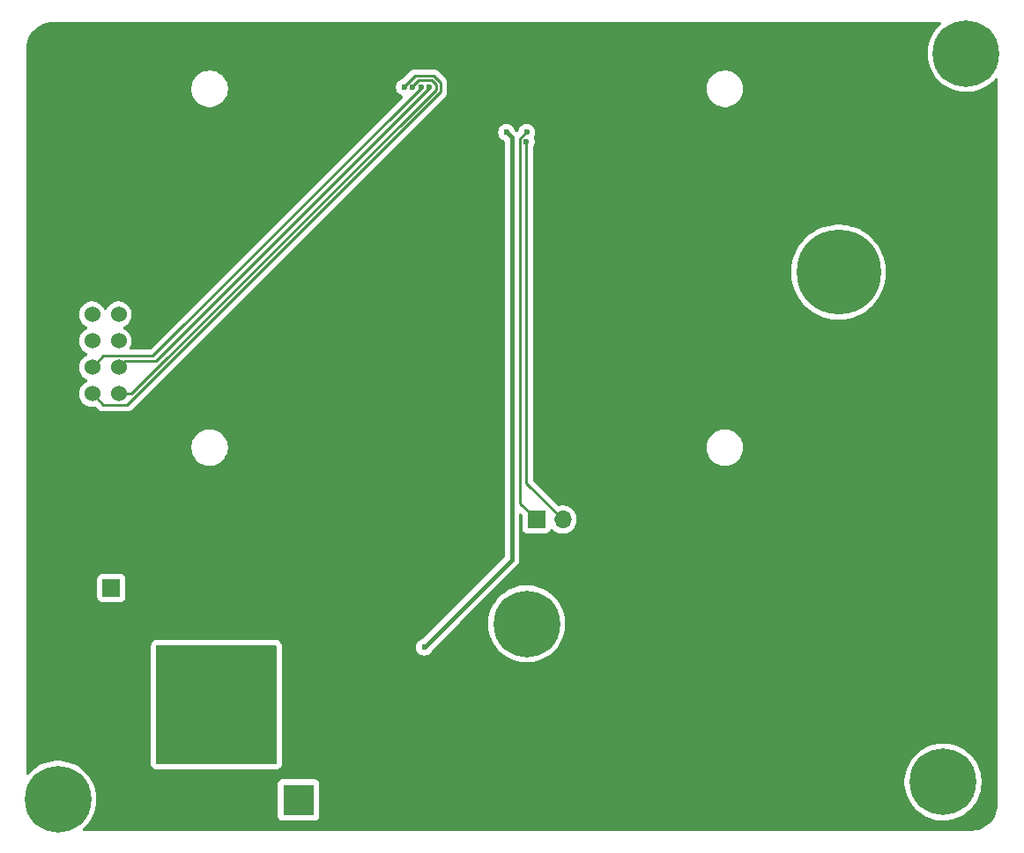
<source format=gbr>
%TF.GenerationSoftware,KiCad,Pcbnew,9.0.0*%
%TF.CreationDate,2026-01-14T19:04:19-06:00*%
%TF.ProjectId,SuppChargerTester,53757070-4368-4617-9267-657254657374,rev?*%
%TF.SameCoordinates,Original*%
%TF.FileFunction,Copper,L2,Bot*%
%TF.FilePolarity,Positive*%
%FSLAX46Y46*%
G04 Gerber Fmt 4.6, Leading zero omitted, Abs format (unit mm)*
G04 Created by KiCad (PCBNEW 9.0.0) date 2026-01-14 19:04:19*
%MOMM*%
%LPD*%
G01*
G04 APERTURE LIST*
%TA.AperFunction,ComponentPad*%
%ADD10C,8.115000*%
%TD*%
%TA.AperFunction,ComponentPad*%
%ADD11C,3.600000*%
%TD*%
%TA.AperFunction,ConnectorPad*%
%ADD12C,6.400000*%
%TD*%
%TA.AperFunction,ComponentPad*%
%ADD13R,1.700000X1.700000*%
%TD*%
%TA.AperFunction,ComponentPad*%
%ADD14O,1.700000X1.700000*%
%TD*%
%TA.AperFunction,ComponentPad*%
%ADD15C,1.524000*%
%TD*%
%TA.AperFunction,ComponentPad*%
%ADD16R,3.000000X3.000000*%
%TD*%
%TA.AperFunction,ComponentPad*%
%ADD17C,3.000000*%
%TD*%
%TA.AperFunction,ViaPad*%
%ADD18C,0.600000*%
%TD*%
%TA.AperFunction,Conductor*%
%ADD19C,0.250000*%
%TD*%
%TA.AperFunction,Conductor*%
%ADD20C,0.400000*%
%TD*%
G04 APERTURE END LIST*
D10*
%TO.P,J1,1,Pin_1*%
%TO.N,+24V*%
X240800000Y-89650000D03*
%TD*%
D11*
%TO.P,H1,1*%
%TO.N,N/C*%
X165780000Y-140350000D03*
D12*
X165780000Y-140350000D03*
%TD*%
D11*
%TO.P,H2,1*%
%TO.N,N/C*%
X253050000Y-68610000D03*
D12*
X253050000Y-68610000D03*
%TD*%
D13*
%TO.P,J4,1,Pin_1*%
%TO.N,/SCL*%
X211750000Y-113440000D03*
D14*
%TO.P,J4,2,Pin_2*%
%TO.N,/SDA*%
X214290000Y-113440000D03*
%TD*%
D15*
%TO.P,J3,1,GND*%
%TO.N,PGND*%
X171620000Y-91180000D03*
%TO.P,J3,2,GND*%
X169080000Y-91180000D03*
%TO.P,J3,3,CH7*%
%TO.N,/SDA*%
X171620000Y-93720000D03*
%TO.P,J3,4,CH6*%
%TO.N,/SCL*%
X169080000Y-93720000D03*
%TO.P,J3,5,CH5*%
%TO.N,unconnected-(J3-CH5-Pad5)*%
X171620000Y-96260000D03*
%TO.P,J3,6,CH4*%
%TO.N,unconnected-(J3-CH4-Pad6)*%
X169080000Y-96260000D03*
%TO.P,J3,7,CH3*%
%TO.N,/\u002AINT*%
X171620000Y-98800000D03*
%TO.P,J3,8,CH2*%
%TO.N,/STAT1*%
X169080000Y-98800000D03*
%TO.P,J3,9,CH1*%
%TO.N,/STAT2*%
X171620000Y-101340000D03*
%TO.P,J3,10,CH0*%
%TO.N,/\u002ACE*%
X169080000Y-101340000D03*
%TD*%
D13*
%TO.P,J5,1,Pin_1*%
%TO.N,+3V3*%
X170930000Y-120010000D03*
D14*
%TO.P,J5,2,Pin_2*%
%TO.N,PGND*%
X170930000Y-122550000D03*
%TD*%
D10*
%TO.P,J2,1,Pin_1*%
%TO.N,PGND*%
X168483809Y-112500000D03*
%TD*%
D16*
%TO.P,J6,1,Pin_1*%
%TO.N,+BATT*%
X188900000Y-140400000D03*
D17*
%TO.P,J6,2,Pin_2*%
%TO.N,PGND*%
X183900000Y-140400000D03*
%TD*%
D11*
%TO.P,U1,49,MP*%
%TO.N,unconnected-(U1-MP-Pad49)*%
X210830000Y-123480000D03*
D12*
%TO.N,unconnected-(U1-MP-Pad49)_1*%
X210830000Y-123480000D03*
D11*
%TO.P,U1,50,MP*%
%TO.N,unconnected-(U1-MP-Pad50)*%
X250830000Y-138680000D03*
D12*
%TO.N,unconnected-(U1-MP-Pad50)_1*%
X250830000Y-138680000D03*
%TD*%
D18*
%TO.N,PGND*%
X176760000Y-141310000D03*
X172910000Y-141300000D03*
X170980000Y-139190000D03*
X172910000Y-139190000D03*
X174970000Y-139190000D03*
X170990000Y-141310000D03*
X176760000Y-139200000D03*
X174980000Y-141310000D03*
X164940000Y-133320000D03*
X164950000Y-129470000D03*
X167060000Y-127540000D03*
X167060000Y-129470000D03*
X167060000Y-131530000D03*
X164940000Y-127550000D03*
X167050000Y-133320000D03*
X164940000Y-131540000D03*
X171000000Y-129460000D03*
X170990000Y-133310000D03*
X168880000Y-131530000D03*
X171000000Y-127530000D03*
X168890000Y-129460000D03*
X171000000Y-131520000D03*
X168880000Y-133310000D03*
X168880000Y-127540000D03*
X251240000Y-111330000D03*
X218320000Y-96740000D03*
X224820000Y-94920000D03*
X201010000Y-98790000D03*
X216330000Y-81540000D03*
X220440000Y-85300000D03*
X251230000Y-89820000D03*
X220450000Y-89100000D03*
X253740000Y-87760000D03*
X239630000Y-113440000D03*
X253740000Y-91540000D03*
X222220000Y-113790000D03*
X220430000Y-98800000D03*
X201020000Y-94940000D03*
X218320000Y-91180000D03*
X253710000Y-78150000D03*
X246050000Y-70490000D03*
X243410000Y-113440000D03*
X249320000Y-111340000D03*
X253740000Y-93600000D03*
X201030000Y-92870000D03*
X249320000Y-113450000D03*
X249330000Y-121630000D03*
X185850000Y-119750000D03*
X245480000Y-117590000D03*
X247250000Y-111330000D03*
X253750000Y-83910000D03*
X214210000Y-98820000D03*
X220150000Y-113780000D03*
X189700000Y-119760000D03*
X243420000Y-121620000D03*
X214210000Y-81550000D03*
X239630000Y-119500000D03*
X194800000Y-89120000D03*
X243620000Y-72550000D03*
X245470000Y-111330000D03*
X251240000Y-91530000D03*
X227010000Y-98770000D03*
X216330000Y-96750000D03*
X249330000Y-119520000D03*
X227020000Y-81490000D03*
X222700000Y-85280000D03*
X214220000Y-89130000D03*
X227010000Y-87340000D03*
X222690000Y-87350000D03*
X216340000Y-89120000D03*
X229130000Y-83550000D03*
X224810000Y-83560000D03*
X239640000Y-117590000D03*
X220440000Y-96730000D03*
X222700000Y-100700000D03*
X196920000Y-89110000D03*
X251200000Y-80210000D03*
X218330000Y-92890000D03*
X246040000Y-72560000D03*
X227020000Y-85270000D03*
X206160000Y-89080000D03*
X201020000Y-96720000D03*
X229130000Y-98760000D03*
X241690000Y-113440000D03*
X201020000Y-100710000D03*
X198890000Y-98800000D03*
X251250000Y-115480000D03*
X214210000Y-83610000D03*
X198900000Y-96730000D03*
X198900000Y-91170000D03*
X203660000Y-92860000D03*
X251270000Y-125780000D03*
X227020000Y-100690000D03*
X247260000Y-115480000D03*
X220430000Y-83590000D03*
X203640000Y-98780000D03*
X198910000Y-92880000D03*
X216320000Y-87390000D03*
X223940000Y-115900000D03*
X218310000Y-98810000D03*
X194790000Y-96750000D03*
X224810000Y-98770000D03*
X216340000Y-92900000D03*
X251240000Y-81980000D03*
X241000000Y-72560000D03*
X245490000Y-123660000D03*
X206160000Y-92860000D03*
X196910000Y-96740000D03*
X253750000Y-85970000D03*
X198910000Y-89100000D03*
X246040000Y-68570000D03*
X247270000Y-123660000D03*
X206150000Y-91150000D03*
X239640000Y-123650000D03*
X216320000Y-98820000D03*
X196910000Y-94960000D03*
X183790000Y-119750000D03*
X224820000Y-85270000D03*
X220440000Y-94950000D03*
X241710000Y-123660000D03*
X243420000Y-117590000D03*
X243400000Y-111320000D03*
X227020000Y-91140000D03*
X214210000Y-87390000D03*
X224820000Y-91140000D03*
X216330000Y-91190000D03*
X239630000Y-115470000D03*
X214220000Y-92910000D03*
X222690000Y-83570000D03*
X220440000Y-100720000D03*
X245490000Y-125770000D03*
X251250000Y-113450000D03*
X251260000Y-117600000D03*
X216320000Y-83610000D03*
X227780000Y-113790000D03*
X245480000Y-121620000D03*
X241700000Y-117590000D03*
X224820000Y-100690000D03*
X196900000Y-98810000D03*
X218320000Y-94960000D03*
X194800000Y-94960000D03*
X243620000Y-70490000D03*
X180010000Y-119750000D03*
X203660000Y-89080000D03*
X222700000Y-81500000D03*
X224830000Y-89070000D03*
X229130000Y-87330000D03*
X214210000Y-85330000D03*
X247270000Y-121630000D03*
X251260000Y-121630000D03*
X203650000Y-94930000D03*
X222700000Y-94930000D03*
X251260000Y-123660000D03*
X222700000Y-96710000D03*
X198900000Y-100720000D03*
X243410000Y-119500000D03*
X241010000Y-70490000D03*
X243430000Y-125770000D03*
X247280000Y-125780000D03*
X251250000Y-119510000D03*
X206150000Y-100700000D03*
X229150000Y-89060000D03*
X239650000Y-125770000D03*
X220160000Y-115900000D03*
X241700000Y-119510000D03*
X196910000Y-91180000D03*
X227030000Y-89070000D03*
X187640000Y-119760000D03*
X222690000Y-98780000D03*
X253710000Y-80210000D03*
X251210000Y-78140000D03*
X218320000Y-85310000D03*
X198900000Y-94950000D03*
X229140000Y-91130000D03*
X251230000Y-93600000D03*
X206150000Y-96710000D03*
X214210000Y-96760000D03*
X243410000Y-115470000D03*
X231770000Y-113790000D03*
X227020000Y-94920000D03*
X220440000Y-81520000D03*
X227010000Y-83560000D03*
X218320000Y-81530000D03*
X220450000Y-92880000D03*
X229140000Y-81480000D03*
X247260000Y-119510000D03*
X241710000Y-125770000D03*
X214220000Y-94970000D03*
X203650000Y-91150000D03*
X227020000Y-96700000D03*
X247260000Y-113450000D03*
X249340000Y-123670000D03*
X231780000Y-115910000D03*
X203650000Y-100700000D03*
X216330000Y-94970000D03*
X196910000Y-100730000D03*
X241000000Y-68570000D03*
X241690000Y-111330000D03*
X222710000Y-92860000D03*
X229140000Y-96690000D03*
X251240000Y-87750000D03*
X239640000Y-121620000D03*
X214210000Y-100750000D03*
X222700000Y-91150000D03*
X218310000Y-87380000D03*
X223930000Y-113780000D03*
X194800000Y-91180000D03*
X229850000Y-113800000D03*
X241700000Y-115480000D03*
X214220000Y-91190000D03*
X249330000Y-117600000D03*
X253750000Y-81980000D03*
X194790000Y-98810000D03*
X194790000Y-100740000D03*
X245470000Y-113440000D03*
X239620000Y-111320000D03*
X222220000Y-115900000D03*
X206140000Y-98780000D03*
X251200000Y-76430000D03*
X201030000Y-89090000D03*
X218310000Y-83600000D03*
X243620000Y-68560000D03*
X182070000Y-119750000D03*
X229850000Y-115910000D03*
X201020000Y-91160000D03*
X224810000Y-87340000D03*
X227030000Y-92850000D03*
X227790000Y-115910000D03*
X224820000Y-81490000D03*
X251240000Y-85970000D03*
X222710000Y-89080000D03*
X191630000Y-119760000D03*
X224830000Y-92850000D03*
X206150000Y-94930000D03*
X243420000Y-123650000D03*
X245480000Y-115480000D03*
X249340000Y-125780000D03*
X229150000Y-92840000D03*
X216330000Y-100740000D03*
X229140000Y-85260000D03*
X247270000Y-117600000D03*
X253740000Y-89820000D03*
X194800000Y-92900000D03*
X241700000Y-121620000D03*
X229140000Y-100680000D03*
X229140000Y-94910000D03*
X251250000Y-83900000D03*
X220440000Y-91170000D03*
X218320000Y-100730000D03*
X218330000Y-89110000D03*
X226000000Y-113790000D03*
X220430000Y-87370000D03*
X216330000Y-85320000D03*
X253710000Y-76430000D03*
X245480000Y-119510000D03*
X196920000Y-92890000D03*
X249330000Y-115490000D03*
X226000000Y-115900000D03*
X224820000Y-96700000D03*
X203650000Y-96710000D03*
%TO.N,/SCL*%
X210830000Y-76200000D03*
%TO.N,/STAT1*%
X200669463Y-71840000D03*
%TO.N,/STAT2*%
X199870000Y-71850000D03*
%TO.N,/\u002AINT*%
X201470000Y-71850000D03*
%TO.N,/SDA*%
X210800000Y-77070000D03*
%TO.N,/\u002ACE*%
X199070000Y-71860000D03*
%TO.N,+3V3*%
X201000000Y-125730000D03*
X208890000Y-76210000D03*
%TO.N,/ThermalPad*%
X180760000Y-132830000D03*
X184020000Y-132830000D03*
X177710000Y-129790000D03*
X184010000Y-129790000D03*
X177710000Y-132840000D03*
X180760000Y-129790000D03*
X180760000Y-131340000D03*
X184010000Y-131290000D03*
X177710000Y-131340000D03*
%TO.N,PGND*%
X211660000Y-116780000D03*
%TD*%
D19*
%TO.N,/SCL*%
X210174000Y-111864000D02*
X211750000Y-113440000D01*
X210830000Y-76200000D02*
X210784702Y-76200000D01*
X210174000Y-76810702D02*
X210174000Y-111864000D01*
X210784702Y-76200000D02*
X210174000Y-76810702D01*
%TO.N,/STAT1*%
X174893298Y-97712000D02*
X170168000Y-97712000D01*
X170168000Y-97712000D02*
X169080000Y-98800000D01*
X200669463Y-71840000D02*
X200669463Y-71935835D01*
X200669463Y-71935835D02*
X174893298Y-97712000D01*
%TO.N,/STAT2*%
X199870000Y-71850000D02*
X199870000Y-71754165D01*
X202096000Y-72109298D02*
X172865298Y-101340000D01*
X172865298Y-101340000D02*
X171620000Y-101340000D01*
X201719298Y-71214000D02*
X202096000Y-71590702D01*
X202096000Y-71590702D02*
X202096000Y-72109298D01*
X200410165Y-71214000D02*
X201719298Y-71214000D01*
X199870000Y-71754165D02*
X200410165Y-71214000D01*
%TO.N,/\u002AINT*%
X175224761Y-98170000D02*
X172250000Y-98170000D01*
X172250000Y-98170000D02*
X171620000Y-98800000D01*
X201470000Y-71850000D02*
X201470000Y-71924761D01*
X201470000Y-71924761D02*
X175224761Y-98170000D01*
%TO.N,/SDA*%
X210800000Y-77070000D02*
X210800000Y-109950000D01*
X210800000Y-109950000D02*
X214290000Y-113440000D01*
%TO.N,/\u002ACE*%
X170168000Y-102428000D02*
X169080000Y-101340000D01*
X202547000Y-71403892D02*
X202547000Y-72303000D01*
X200071702Y-70763000D02*
X201906108Y-70763000D01*
X201906108Y-70763000D02*
X202547000Y-71403892D01*
X202547000Y-72303000D02*
X172422000Y-102428000D01*
X199070000Y-71764702D02*
X200071702Y-70763000D01*
X172422000Y-102428000D02*
X170168000Y-102428000D01*
X199070000Y-71860000D02*
X199070000Y-71764702D01*
D20*
%TO.N,+3V3*%
X209400000Y-117330000D02*
X209400000Y-76720000D01*
X201000000Y-125730000D02*
X209400000Y-117330000D01*
X209400000Y-76720000D02*
X208890000Y-76210000D01*
%TD*%
%TA.AperFunction,Conductor*%
%TO.N,/ThermalPad*%
G36*
X186763039Y-125529685D02*
G01*
X186808794Y-125582489D01*
X186820000Y-125634000D01*
X186820000Y-136846000D01*
X186800315Y-136913039D01*
X186747511Y-136958794D01*
X186696000Y-136970000D01*
X175354000Y-136970000D01*
X175286961Y-136950315D01*
X175241206Y-136897511D01*
X175230000Y-136846000D01*
X175230000Y-125634000D01*
X175249685Y-125566961D01*
X175302489Y-125521206D01*
X175354000Y-125510000D01*
X186696000Y-125510000D01*
X186763039Y-125529685D01*
G37*
%TD.AperFunction*%
%TD*%
%TA.AperFunction,Conductor*%
%TO.N,PGND*%
G36*
X250552100Y-65618395D02*
G01*
X250579723Y-65623125D01*
X250585169Y-65628105D01*
X250592250Y-65630185D01*
X250610598Y-65651360D01*
X250631284Y-65670277D01*
X250633173Y-65677413D01*
X250638005Y-65682989D01*
X250641992Y-65710722D01*
X250649167Y-65737819D01*
X250646898Y-65744842D01*
X250647949Y-65752147D01*
X250636308Y-65777636D01*
X250627695Y-65804308D01*
X250620569Y-65812098D01*
X250618924Y-65815703D01*
X250603876Y-65830353D01*
X250561893Y-65864807D01*
X250304807Y-66121893D01*
X250074150Y-66402950D01*
X250074140Y-66402964D01*
X249872151Y-66705261D01*
X249872140Y-66705279D01*
X249700756Y-67025916D01*
X249700754Y-67025921D01*
X249561614Y-67361834D01*
X249456067Y-67709776D01*
X249456064Y-67709787D01*
X249385137Y-68066369D01*
X249349500Y-68428209D01*
X249349500Y-68791790D01*
X249385137Y-69153630D01*
X249456064Y-69510212D01*
X249456067Y-69510223D01*
X249561614Y-69858165D01*
X249700754Y-70194078D01*
X249700756Y-70194083D01*
X249872140Y-70514720D01*
X249872151Y-70514738D01*
X250074140Y-70817035D01*
X250074150Y-70817049D01*
X250304807Y-71098106D01*
X250561893Y-71355192D01*
X250561898Y-71355196D01*
X250561899Y-71355197D01*
X250842956Y-71585854D01*
X251145268Y-71787853D01*
X251145277Y-71787858D01*
X251145279Y-71787859D01*
X251465916Y-71959243D01*
X251465918Y-71959243D01*
X251465924Y-71959247D01*
X251801836Y-72098386D01*
X252149767Y-72203930D01*
X252149773Y-72203931D01*
X252149776Y-72203932D01*
X252149787Y-72203935D01*
X252506369Y-72274862D01*
X252868206Y-72310500D01*
X252868209Y-72310500D01*
X253231791Y-72310500D01*
X253231794Y-72310500D01*
X253593631Y-72274862D01*
X253663045Y-72261054D01*
X253950212Y-72203935D01*
X253950223Y-72203932D01*
X253950223Y-72203931D01*
X253950233Y-72203930D01*
X254298164Y-72098386D01*
X254634076Y-71959247D01*
X254954732Y-71787853D01*
X255257044Y-71585854D01*
X255538101Y-71355197D01*
X255795197Y-71098101D01*
X255849647Y-71031753D01*
X255907392Y-70992419D01*
X255977237Y-70990548D01*
X256037005Y-71026735D01*
X256067721Y-71089491D01*
X256069500Y-71110418D01*
X256069500Y-140856249D01*
X256069274Y-140863736D01*
X256051728Y-141153794D01*
X256049923Y-141168659D01*
X255998219Y-141450798D01*
X255994635Y-141465336D01*
X255909306Y-141739167D01*
X255903997Y-141753168D01*
X255786275Y-142014736D01*
X255779316Y-142027995D01*
X255630928Y-142273459D01*
X255622422Y-142285782D01*
X255445526Y-142511573D01*
X255435596Y-142522781D01*
X255232781Y-142725596D01*
X255221573Y-142735526D01*
X254995782Y-142912422D01*
X254983459Y-142920928D01*
X254737995Y-143069316D01*
X254724736Y-143076275D01*
X254463168Y-143193997D01*
X254449167Y-143199306D01*
X254175336Y-143284635D01*
X254160798Y-143288219D01*
X253878659Y-143339923D01*
X253863794Y-143341728D01*
X253573736Y-143359274D01*
X253566249Y-143359500D01*
X168292604Y-143359500D01*
X168225565Y-143339815D01*
X168179810Y-143287011D01*
X168169866Y-143217853D01*
X168198891Y-143154297D01*
X168213939Y-143139647D01*
X168233214Y-143123827D01*
X168268101Y-143095197D01*
X168525197Y-142838101D01*
X168755854Y-142557044D01*
X168957853Y-142254732D01*
X169129247Y-141934076D01*
X169268386Y-141598164D01*
X169373930Y-141250233D01*
X169373932Y-141250223D01*
X169373935Y-141250212D01*
X169444862Y-140893630D01*
X169480500Y-140531790D01*
X169480500Y-140168209D01*
X169444862Y-139806369D01*
X169373935Y-139449787D01*
X169373932Y-139449776D01*
X169373931Y-139449773D01*
X169373930Y-139449767D01*
X169268386Y-139101836D01*
X169164957Y-138852135D01*
X186899500Y-138852135D01*
X186899500Y-141947870D01*
X186899501Y-141947876D01*
X186905908Y-142007483D01*
X186956202Y-142142328D01*
X186956206Y-142142335D01*
X187042452Y-142257544D01*
X187042455Y-142257547D01*
X187157664Y-142343793D01*
X187157671Y-142343797D01*
X187292517Y-142394091D01*
X187292516Y-142394091D01*
X187299444Y-142394835D01*
X187352127Y-142400500D01*
X190447872Y-142400499D01*
X190507483Y-142394091D01*
X190642331Y-142343796D01*
X190757546Y-142257546D01*
X190843796Y-142142331D01*
X190894091Y-142007483D01*
X190900500Y-141947873D01*
X190900499Y-138852128D01*
X190894091Y-138792517D01*
X190884172Y-138765924D01*
X190843797Y-138657671D01*
X190843793Y-138657664D01*
X190777775Y-138569476D01*
X190777773Y-138569474D01*
X190757546Y-138542454D01*
X190757544Y-138542453D01*
X190757544Y-138542452D01*
X190698443Y-138498209D01*
X247129500Y-138498209D01*
X247129500Y-138861790D01*
X247165137Y-139223630D01*
X247236064Y-139580212D01*
X247236067Y-139580223D01*
X247341614Y-139928165D01*
X247480754Y-140264078D01*
X247480756Y-140264083D01*
X247652140Y-140584720D01*
X247652151Y-140584738D01*
X247854140Y-140887035D01*
X247854150Y-140887049D01*
X248084807Y-141168106D01*
X248341893Y-141425192D01*
X248341898Y-141425196D01*
X248341899Y-141425197D01*
X248622956Y-141655854D01*
X248925268Y-141857853D01*
X248925277Y-141857858D01*
X248925279Y-141857859D01*
X249245916Y-142029243D01*
X249245918Y-142029243D01*
X249245924Y-142029247D01*
X249581836Y-142168386D01*
X249929767Y-142273930D01*
X249929773Y-142273931D01*
X249929776Y-142273932D01*
X249929787Y-142273935D01*
X250280995Y-142343793D01*
X250286369Y-142344862D01*
X250648206Y-142380500D01*
X250648209Y-142380500D01*
X251011791Y-142380500D01*
X251011794Y-142380500D01*
X251373631Y-142344862D01*
X251443045Y-142331054D01*
X251730212Y-142273935D01*
X251730223Y-142273932D01*
X251730223Y-142273931D01*
X251730233Y-142273930D01*
X252078164Y-142168386D01*
X252414076Y-142029247D01*
X252734732Y-141857853D01*
X253037044Y-141655854D01*
X253318101Y-141425197D01*
X253575197Y-141168101D01*
X253805854Y-140887044D01*
X254007853Y-140584732D01*
X254179247Y-140264076D01*
X254318386Y-139928164D01*
X254423930Y-139580233D01*
X254423932Y-139580223D01*
X254423935Y-139580212D01*
X254494862Y-139223630D01*
X254530500Y-138861790D01*
X254530500Y-138498209D01*
X254494862Y-138136369D01*
X254423935Y-137779787D01*
X254423932Y-137779776D01*
X254423931Y-137779773D01*
X254423930Y-137779767D01*
X254318386Y-137431836D01*
X254179247Y-137095924D01*
X254121783Y-136988417D01*
X254007859Y-136775279D01*
X254007858Y-136775277D01*
X254007853Y-136775268D01*
X253805854Y-136472956D01*
X253575197Y-136191899D01*
X253575196Y-136191898D01*
X253575192Y-136191893D01*
X253318106Y-135934807D01*
X253037049Y-135704150D01*
X253037048Y-135704149D01*
X253037044Y-135704146D01*
X252734732Y-135502147D01*
X252734727Y-135502144D01*
X252734720Y-135502140D01*
X252414083Y-135330756D01*
X252414078Y-135330754D01*
X252078165Y-135191614D01*
X251730223Y-135086067D01*
X251730212Y-135086064D01*
X251373630Y-135015137D01*
X251101111Y-134988296D01*
X251011794Y-134979500D01*
X250648206Y-134979500D01*
X250565679Y-134987628D01*
X250286369Y-135015137D01*
X249929787Y-135086064D01*
X249929776Y-135086067D01*
X249581834Y-135191614D01*
X249245921Y-135330754D01*
X249245916Y-135330756D01*
X248925279Y-135502140D01*
X248925261Y-135502151D01*
X248622964Y-135704140D01*
X248622950Y-135704150D01*
X248341893Y-135934807D01*
X248084807Y-136191893D01*
X247854150Y-136472950D01*
X247854140Y-136472964D01*
X247652151Y-136775261D01*
X247652140Y-136775279D01*
X247480756Y-137095916D01*
X247480754Y-137095921D01*
X247341614Y-137431834D01*
X247236067Y-137779776D01*
X247236064Y-137779787D01*
X247165137Y-138136369D01*
X247129500Y-138498209D01*
X190698443Y-138498209D01*
X190642335Y-138456206D01*
X190642328Y-138456202D01*
X190507482Y-138405908D01*
X190507483Y-138405908D01*
X190447883Y-138399501D01*
X190447881Y-138399500D01*
X190447873Y-138399500D01*
X190447864Y-138399500D01*
X187352129Y-138399500D01*
X187352123Y-138399501D01*
X187292516Y-138405908D01*
X187157671Y-138456202D01*
X187157664Y-138456206D01*
X187042455Y-138542452D01*
X187042452Y-138542455D01*
X186956206Y-138657664D01*
X186956202Y-138657671D01*
X186905908Y-138792517D01*
X186899501Y-138852116D01*
X186899501Y-138852123D01*
X186899500Y-138852135D01*
X169164957Y-138852135D01*
X169129247Y-138765924D01*
X169024243Y-138569476D01*
X168957859Y-138445279D01*
X168957858Y-138445277D01*
X168957853Y-138445268D01*
X168755854Y-138142956D01*
X168525197Y-137861899D01*
X168525196Y-137861898D01*
X168525192Y-137861893D01*
X168268106Y-137604807D01*
X167987049Y-137374150D01*
X167987048Y-137374149D01*
X167987044Y-137374146D01*
X167684732Y-137172147D01*
X167684727Y-137172144D01*
X167684720Y-137172140D01*
X167364083Y-137000756D01*
X167364078Y-137000754D01*
X167334291Y-136988416D01*
X167249876Y-136953450D01*
X167028165Y-136861614D01*
X166680223Y-136756067D01*
X166680212Y-136756064D01*
X166323630Y-136685137D01*
X166051111Y-136658296D01*
X165961794Y-136649500D01*
X165598206Y-136649500D01*
X165515679Y-136657628D01*
X165236369Y-136685137D01*
X164879787Y-136756064D01*
X164879776Y-136756067D01*
X164531834Y-136861614D01*
X164195921Y-137000754D01*
X164195916Y-137000756D01*
X163875279Y-137172140D01*
X163875261Y-137172151D01*
X163572964Y-137374140D01*
X163572950Y-137374150D01*
X163291893Y-137604807D01*
X163034807Y-137861893D01*
X162990353Y-137916061D01*
X162932607Y-137955395D01*
X162862762Y-137957266D01*
X162802994Y-137921078D01*
X162772279Y-137858322D01*
X162770500Y-137837396D01*
X162770500Y-125634000D01*
X174724500Y-125634000D01*
X174724500Y-136846000D01*
X174724501Y-136846009D01*
X174736052Y-136953450D01*
X174736054Y-136953462D01*
X174747260Y-137004972D01*
X174781383Y-137107497D01*
X174781386Y-137107503D01*
X174859171Y-137228537D01*
X174859179Y-137228548D01*
X174904923Y-137281340D01*
X174904926Y-137281343D01*
X174904930Y-137281347D01*
X175013664Y-137375567D01*
X175013667Y-137375568D01*
X175013668Y-137375569D01*
X175136872Y-137431836D01*
X175144541Y-137435338D01*
X175211580Y-137455023D01*
X175211584Y-137455024D01*
X175354000Y-137475500D01*
X175354003Y-137475500D01*
X186695990Y-137475500D01*
X186696000Y-137475500D01*
X186803456Y-137463947D01*
X186854967Y-137452741D01*
X186889197Y-137441347D01*
X186957497Y-137418616D01*
X186957501Y-137418613D01*
X186957504Y-137418613D01*
X187078543Y-137340825D01*
X187131347Y-137295070D01*
X187225567Y-137186336D01*
X187285338Y-137055459D01*
X187305023Y-136988420D01*
X187305024Y-136988416D01*
X187325500Y-136846000D01*
X187325500Y-125651153D01*
X200199500Y-125651153D01*
X200199500Y-125808846D01*
X200230261Y-125963489D01*
X200230264Y-125963501D01*
X200290602Y-126109172D01*
X200290609Y-126109185D01*
X200378210Y-126240288D01*
X200378213Y-126240292D01*
X200489707Y-126351786D01*
X200489711Y-126351789D01*
X200620814Y-126439390D01*
X200620827Y-126439397D01*
X200766498Y-126499735D01*
X200766503Y-126499737D01*
X200921153Y-126530499D01*
X200921156Y-126530500D01*
X200921158Y-126530500D01*
X201078844Y-126530500D01*
X201078845Y-126530499D01*
X201233497Y-126499737D01*
X201379179Y-126439394D01*
X201510289Y-126351789D01*
X201621789Y-126240289D01*
X201709394Y-126109179D01*
X201709395Y-126109176D01*
X201709397Y-126109173D01*
X201769192Y-125964812D01*
X201796069Y-125924586D01*
X204422447Y-123298209D01*
X207129500Y-123298209D01*
X207129500Y-123661790D01*
X207165137Y-124023630D01*
X207236064Y-124380212D01*
X207236067Y-124380223D01*
X207341614Y-124728165D01*
X207440000Y-124965690D01*
X207472711Y-125044662D01*
X207480754Y-125064078D01*
X207480756Y-125064083D01*
X207652140Y-125384720D01*
X207652151Y-125384738D01*
X207854140Y-125687035D01*
X207854150Y-125687049D01*
X208084807Y-125968106D01*
X208341893Y-126225192D01*
X208341898Y-126225196D01*
X208341899Y-126225197D01*
X208622956Y-126455854D01*
X208925268Y-126657853D01*
X208925277Y-126657858D01*
X208925279Y-126657859D01*
X209245916Y-126829243D01*
X209245918Y-126829243D01*
X209245924Y-126829247D01*
X209581836Y-126968386D01*
X209929767Y-127073930D01*
X209929773Y-127073931D01*
X209929776Y-127073932D01*
X209929787Y-127073935D01*
X210286369Y-127144862D01*
X210648206Y-127180500D01*
X210648209Y-127180500D01*
X211011791Y-127180500D01*
X211011794Y-127180500D01*
X211373631Y-127144862D01*
X211443045Y-127131054D01*
X211730212Y-127073935D01*
X211730223Y-127073932D01*
X211730223Y-127073931D01*
X211730233Y-127073930D01*
X212078164Y-126968386D01*
X212414076Y-126829247D01*
X212734732Y-126657853D01*
X213037044Y-126455854D01*
X213318101Y-126225197D01*
X213575197Y-125968101D01*
X213805854Y-125687044D01*
X214007853Y-125384732D01*
X214179247Y-125064076D01*
X214318386Y-124728164D01*
X214423930Y-124380233D01*
X214423932Y-124380223D01*
X214423935Y-124380212D01*
X214494862Y-124023630D01*
X214530500Y-123661790D01*
X214530500Y-123298209D01*
X214494862Y-122936369D01*
X214423935Y-122579787D01*
X214423932Y-122579776D01*
X214423931Y-122579773D01*
X214423930Y-122579767D01*
X214318386Y-122231836D01*
X214179247Y-121895924D01*
X214007853Y-121575268D01*
X213805854Y-121272956D01*
X213575197Y-120991899D01*
X213575196Y-120991898D01*
X213575192Y-120991893D01*
X213318106Y-120734807D01*
X213037049Y-120504150D01*
X213037048Y-120504149D01*
X213037044Y-120504146D01*
X212734732Y-120302147D01*
X212734727Y-120302144D01*
X212734720Y-120302140D01*
X212414083Y-120130756D01*
X212414078Y-120130754D01*
X212078165Y-119991614D01*
X211730223Y-119886067D01*
X211730212Y-119886064D01*
X211373630Y-119815137D01*
X211101111Y-119788296D01*
X211011794Y-119779500D01*
X210648206Y-119779500D01*
X210565679Y-119787628D01*
X210286369Y-119815137D01*
X209929787Y-119886064D01*
X209929776Y-119886067D01*
X209581834Y-119991614D01*
X209245921Y-120130754D01*
X209245916Y-120130756D01*
X208925279Y-120302140D01*
X208925261Y-120302151D01*
X208622964Y-120504140D01*
X208622950Y-120504150D01*
X208341893Y-120734807D01*
X208084807Y-120991893D01*
X207854150Y-121272950D01*
X207854140Y-121272964D01*
X207652151Y-121575261D01*
X207652140Y-121575279D01*
X207480756Y-121895916D01*
X207480754Y-121895921D01*
X207341614Y-122231834D01*
X207236067Y-122579776D01*
X207236064Y-122579787D01*
X207165137Y-122936369D01*
X207129500Y-123298209D01*
X204422447Y-123298209D01*
X209944114Y-117776543D01*
X210020775Y-117661811D01*
X210073580Y-117534328D01*
X210100500Y-117398994D01*
X210100500Y-117261006D01*
X210100500Y-112974452D01*
X210106738Y-112953206D01*
X210108318Y-112931118D01*
X210116390Y-112920334D01*
X210120185Y-112907413D01*
X210136918Y-112892913D01*
X210150190Y-112875185D01*
X210162810Y-112870477D01*
X210172989Y-112861658D01*
X210194906Y-112858506D01*
X210215654Y-112850768D01*
X210228814Y-112853630D01*
X210242147Y-112851714D01*
X210262290Y-112860913D01*
X210283927Y-112865620D01*
X210301652Y-112878888D01*
X210305703Y-112880739D01*
X210312181Y-112886771D01*
X210363181Y-112937771D01*
X210396666Y-112999094D01*
X210399500Y-113025452D01*
X210399500Y-114337870D01*
X210399501Y-114337876D01*
X210405908Y-114397483D01*
X210456202Y-114532328D01*
X210456206Y-114532335D01*
X210542452Y-114647544D01*
X210542455Y-114647547D01*
X210657664Y-114733793D01*
X210657671Y-114733797D01*
X210792517Y-114784091D01*
X210792516Y-114784091D01*
X210799444Y-114784835D01*
X210852127Y-114790500D01*
X212647872Y-114790499D01*
X212707483Y-114784091D01*
X212842331Y-114733796D01*
X212957546Y-114647546D01*
X213043796Y-114532331D01*
X213092810Y-114400916D01*
X213134681Y-114344984D01*
X213200145Y-114320566D01*
X213268418Y-114335417D01*
X213296673Y-114356569D01*
X213410213Y-114470109D01*
X213582179Y-114595048D01*
X213582181Y-114595049D01*
X213582184Y-114595051D01*
X213771588Y-114691557D01*
X213973757Y-114757246D01*
X214183713Y-114790500D01*
X214183714Y-114790500D01*
X214396286Y-114790500D01*
X214396287Y-114790500D01*
X214606243Y-114757246D01*
X214808412Y-114691557D01*
X214997816Y-114595051D01*
X215084138Y-114532335D01*
X215169786Y-114470109D01*
X215169788Y-114470106D01*
X215169792Y-114470104D01*
X215320104Y-114319792D01*
X215320106Y-114319788D01*
X215320109Y-114319786D01*
X215445048Y-114147820D01*
X215445047Y-114147820D01*
X215445051Y-114147816D01*
X215541557Y-113958412D01*
X215607246Y-113756243D01*
X215640500Y-113546287D01*
X215640500Y-113333713D01*
X215607246Y-113123757D01*
X215541557Y-112921588D01*
X215445051Y-112732184D01*
X215445049Y-112732181D01*
X215445048Y-112732179D01*
X215320109Y-112560213D01*
X215169786Y-112409890D01*
X214997820Y-112284951D01*
X214808414Y-112188444D01*
X214808413Y-112188443D01*
X214808412Y-112188443D01*
X214606243Y-112122754D01*
X214606241Y-112122753D01*
X214606240Y-112122753D01*
X214444957Y-112097208D01*
X214396287Y-112089500D01*
X214183713Y-112089500D01*
X214141721Y-112096150D01*
X213973753Y-112122754D01*
X213958160Y-112127821D01*
X213888319Y-112129816D01*
X213832162Y-112097571D01*
X211461819Y-109727228D01*
X211428334Y-109665905D01*
X211425500Y-109639547D01*
X211425500Y-106395258D01*
X228119500Y-106395258D01*
X228119500Y-106624741D01*
X228144446Y-106814215D01*
X228149452Y-106852238D01*
X228149453Y-106852240D01*
X228208842Y-107073887D01*
X228296650Y-107285876D01*
X228296657Y-107285890D01*
X228411392Y-107484617D01*
X228551081Y-107666661D01*
X228551089Y-107666670D01*
X228713330Y-107828911D01*
X228713338Y-107828918D01*
X228895382Y-107968607D01*
X228895385Y-107968608D01*
X228895388Y-107968611D01*
X229094112Y-108083344D01*
X229094117Y-108083346D01*
X229094123Y-108083349D01*
X229185480Y-108121190D01*
X229306113Y-108171158D01*
X229527762Y-108230548D01*
X229755266Y-108260500D01*
X229755273Y-108260500D01*
X229984727Y-108260500D01*
X229984734Y-108260500D01*
X230212238Y-108230548D01*
X230433887Y-108171158D01*
X230645888Y-108083344D01*
X230844612Y-107968611D01*
X231026661Y-107828919D01*
X231026665Y-107828914D01*
X231026670Y-107828911D01*
X231188911Y-107666670D01*
X231188914Y-107666665D01*
X231188919Y-107666661D01*
X231328611Y-107484612D01*
X231443344Y-107285888D01*
X231531158Y-107073887D01*
X231590548Y-106852238D01*
X231620500Y-106624734D01*
X231620500Y-106395266D01*
X231590548Y-106167762D01*
X231531158Y-105946113D01*
X231443344Y-105734112D01*
X231328611Y-105535388D01*
X231328608Y-105535385D01*
X231328607Y-105535382D01*
X231188918Y-105353338D01*
X231188911Y-105353330D01*
X231026670Y-105191089D01*
X231026661Y-105191081D01*
X230844617Y-105051392D01*
X230645890Y-104936657D01*
X230645876Y-104936650D01*
X230433887Y-104848842D01*
X230212238Y-104789452D01*
X230174215Y-104784446D01*
X229984741Y-104759500D01*
X229984734Y-104759500D01*
X229755266Y-104759500D01*
X229755258Y-104759500D01*
X229538715Y-104788009D01*
X229527762Y-104789452D01*
X229434076Y-104814554D01*
X229306112Y-104848842D01*
X229094123Y-104936650D01*
X229094109Y-104936657D01*
X228895382Y-105051392D01*
X228713338Y-105191081D01*
X228551081Y-105353338D01*
X228411392Y-105535382D01*
X228296657Y-105734109D01*
X228296650Y-105734123D01*
X228208842Y-105946112D01*
X228149453Y-106167759D01*
X228149451Y-106167770D01*
X228119500Y-106395258D01*
X211425500Y-106395258D01*
X211425500Y-89450989D01*
X236242000Y-89450989D01*
X236242000Y-89849010D01*
X236276689Y-90245507D01*
X236345803Y-90637466D01*
X236345806Y-90637479D01*
X236448813Y-91021912D01*
X236584951Y-91395946D01*
X236753143Y-91756637D01*
X236753156Y-91756661D01*
X236952155Y-92101336D01*
X236952164Y-92101351D01*
X237180455Y-92427384D01*
X237359041Y-92640213D01*
X237436289Y-92732274D01*
X237717726Y-93013711D01*
X237826225Y-93104752D01*
X238022615Y-93269544D01*
X238022621Y-93269548D01*
X238022622Y-93269549D01*
X238348655Y-93497840D01*
X238561349Y-93620639D01*
X238693338Y-93696843D01*
X238693362Y-93696856D01*
X239054053Y-93865048D01*
X239054058Y-93865049D01*
X239054067Y-93865054D01*
X239428077Y-94001183D01*
X239428083Y-94001184D01*
X239428087Y-94001186D01*
X239482020Y-94015637D01*
X239812528Y-94104196D01*
X240204495Y-94173311D01*
X240600991Y-94207999D01*
X240600992Y-94208000D01*
X240600993Y-94208000D01*
X240999008Y-94208000D01*
X240999008Y-94207999D01*
X241395505Y-94173311D01*
X241787472Y-94104196D01*
X242171923Y-94001183D01*
X242545933Y-93865054D01*
X242545946Y-93865048D01*
X242906637Y-93696856D01*
X242906645Y-93696851D01*
X242906655Y-93696847D01*
X243251345Y-93497840D01*
X243577378Y-93269549D01*
X243882274Y-93013711D01*
X244163711Y-92732274D01*
X244419549Y-92427378D01*
X244647840Y-92101345D01*
X244846847Y-91756655D01*
X244846851Y-91756645D01*
X244846856Y-91756637D01*
X245015048Y-91395946D01*
X245015048Y-91395945D01*
X245015054Y-91395933D01*
X245151183Y-91021923D01*
X245254196Y-90637472D01*
X245323311Y-90245505D01*
X245358000Y-89849007D01*
X245358000Y-89450993D01*
X245323311Y-89054495D01*
X245254196Y-88662528D01*
X245151183Y-88278077D01*
X245015054Y-87904067D01*
X245015049Y-87904058D01*
X245015048Y-87904053D01*
X244846856Y-87543362D01*
X244846843Y-87543338D01*
X244834348Y-87521697D01*
X244647840Y-87198655D01*
X244419549Y-86872622D01*
X244419548Y-86872621D01*
X244419544Y-86872615D01*
X244163708Y-86567723D01*
X243882276Y-86286291D01*
X243577384Y-86030455D01*
X243251351Y-85802164D01*
X243251348Y-85802162D01*
X243251345Y-85802160D01*
X243148936Y-85743034D01*
X242906661Y-85603156D01*
X242906637Y-85603143D01*
X242545946Y-85434951D01*
X242545935Y-85434947D01*
X242545933Y-85434946D01*
X242171923Y-85298817D01*
X242171922Y-85298816D01*
X242171912Y-85298813D01*
X241787479Y-85195806D01*
X241787482Y-85195806D01*
X241787472Y-85195804D01*
X241732130Y-85186045D01*
X241395507Y-85126689D01*
X240999010Y-85092000D01*
X240999007Y-85092000D01*
X240600993Y-85092000D01*
X240600989Y-85092000D01*
X240204492Y-85126689D01*
X239812533Y-85195803D01*
X239812530Y-85195803D01*
X239812528Y-85195804D01*
X239812523Y-85195805D01*
X239812520Y-85195806D01*
X239428087Y-85298813D01*
X239054053Y-85434951D01*
X238693362Y-85603143D01*
X238693338Y-85603156D01*
X238348663Y-85802155D01*
X238348648Y-85802164D01*
X238022615Y-86030455D01*
X237717723Y-86286291D01*
X237436291Y-86567723D01*
X237180455Y-86872615D01*
X236952164Y-87198648D01*
X236952155Y-87198663D01*
X236753156Y-87543338D01*
X236753143Y-87543362D01*
X236584951Y-87904053D01*
X236448813Y-88278087D01*
X236345806Y-88662520D01*
X236345803Y-88662533D01*
X236276689Y-89054492D01*
X236242000Y-89450989D01*
X211425500Y-89450989D01*
X211425500Y-77612350D01*
X211445185Y-77545311D01*
X211446398Y-77543459D01*
X211446809Y-77542843D01*
X211509394Y-77449179D01*
X211569737Y-77303497D01*
X211600500Y-77148842D01*
X211600500Y-76991158D01*
X211600500Y-76991155D01*
X211600499Y-76991153D01*
X211569738Y-76836510D01*
X211569737Y-76836503D01*
X211567783Y-76831786D01*
X211517691Y-76710851D01*
X211510222Y-76641382D01*
X211529148Y-76594511D01*
X211539394Y-76579179D01*
X211599737Y-76433497D01*
X211630500Y-76278842D01*
X211630500Y-76121158D01*
X211630500Y-76121155D01*
X211630499Y-76121153D01*
X211622926Y-76083080D01*
X211599737Y-75966503D01*
X211543539Y-75830827D01*
X211539397Y-75820827D01*
X211539390Y-75820814D01*
X211451789Y-75689711D01*
X211451786Y-75689707D01*
X211340292Y-75578213D01*
X211340288Y-75578210D01*
X211209185Y-75490609D01*
X211209172Y-75490602D01*
X211063501Y-75430264D01*
X211063489Y-75430261D01*
X210908845Y-75399500D01*
X210908842Y-75399500D01*
X210751158Y-75399500D01*
X210751155Y-75399500D01*
X210596510Y-75430261D01*
X210596498Y-75430264D01*
X210450827Y-75490602D01*
X210450814Y-75490609D01*
X210319711Y-75578210D01*
X210319707Y-75578213D01*
X210208213Y-75689707D01*
X210208210Y-75689711D01*
X210120609Y-75820814D01*
X210120602Y-75820827D01*
X210060263Y-75966500D01*
X210060261Y-75966506D01*
X210049388Y-76021170D01*
X210040623Y-76037924D01*
X210036604Y-76056403D01*
X210017856Y-76081445D01*
X210017002Y-76083080D01*
X210015453Y-76084657D01*
X209973066Y-76127045D01*
X209911744Y-76160531D01*
X209842052Y-76155547D01*
X209797703Y-76127046D01*
X209686071Y-76015414D01*
X209659191Y-75975185D01*
X209599397Y-75830827D01*
X209599390Y-75830814D01*
X209511789Y-75699711D01*
X209511786Y-75699707D01*
X209400292Y-75588213D01*
X209400288Y-75588210D01*
X209269185Y-75500609D01*
X209269172Y-75500602D01*
X209123501Y-75440264D01*
X209123489Y-75440261D01*
X208968845Y-75409500D01*
X208968842Y-75409500D01*
X208811158Y-75409500D01*
X208811155Y-75409500D01*
X208656510Y-75440261D01*
X208656498Y-75440264D01*
X208510827Y-75500602D01*
X208510814Y-75500609D01*
X208379711Y-75588210D01*
X208379707Y-75588213D01*
X208268213Y-75699707D01*
X208268210Y-75699711D01*
X208180609Y-75830814D01*
X208180602Y-75830827D01*
X208120264Y-75976498D01*
X208120261Y-75976510D01*
X208089500Y-76131153D01*
X208089500Y-76288846D01*
X208120261Y-76443489D01*
X208120264Y-76443501D01*
X208180602Y-76589172D01*
X208180609Y-76589185D01*
X208268210Y-76720288D01*
X208268213Y-76720292D01*
X208379707Y-76831786D01*
X208379711Y-76831789D01*
X208510814Y-76919390D01*
X208510827Y-76919397D01*
X208622952Y-76965840D01*
X208677356Y-77009680D01*
X208699421Y-77075974D01*
X208699500Y-77080401D01*
X208699500Y-116988480D01*
X208679815Y-117055519D01*
X208663181Y-117076161D01*
X200805412Y-124933929D01*
X200765184Y-124960809D01*
X200620823Y-125020604D01*
X200620814Y-125020609D01*
X200489711Y-125108210D01*
X200489707Y-125108213D01*
X200378213Y-125219707D01*
X200378210Y-125219711D01*
X200290609Y-125350814D01*
X200290602Y-125350827D01*
X200230264Y-125496498D01*
X200230261Y-125496510D01*
X200199500Y-125651153D01*
X187325500Y-125651153D01*
X187325500Y-125634000D01*
X187313947Y-125526544D01*
X187302741Y-125475033D01*
X187302637Y-125474722D01*
X187268616Y-125372502D01*
X187268613Y-125372496D01*
X187190828Y-125251462D01*
X187190825Y-125251457D01*
X187163317Y-125219711D01*
X187145076Y-125198659D01*
X187145072Y-125198656D01*
X187145070Y-125198653D01*
X187036336Y-125104433D01*
X187036333Y-125104431D01*
X187036331Y-125104430D01*
X186905465Y-125044664D01*
X186905460Y-125044662D01*
X186905459Y-125044662D01*
X186838420Y-125024977D01*
X186838422Y-125024977D01*
X186838417Y-125024976D01*
X186776347Y-125016052D01*
X186696000Y-125004500D01*
X175354000Y-125004500D01*
X175353991Y-125004500D01*
X175353990Y-125004501D01*
X175246549Y-125016052D01*
X175246537Y-125016054D01*
X175195027Y-125027260D01*
X175092502Y-125061383D01*
X175092496Y-125061386D01*
X174971462Y-125139171D01*
X174971451Y-125139179D01*
X174918659Y-125184923D01*
X174824433Y-125293664D01*
X174824430Y-125293668D01*
X174764664Y-125424534D01*
X174744976Y-125491582D01*
X174739949Y-125526549D01*
X174724500Y-125634000D01*
X162770500Y-125634000D01*
X162770500Y-119112135D01*
X169579500Y-119112135D01*
X169579500Y-120907870D01*
X169579501Y-120907876D01*
X169585908Y-120967483D01*
X169636202Y-121102328D01*
X169636206Y-121102335D01*
X169722452Y-121217544D01*
X169722455Y-121217547D01*
X169837664Y-121303793D01*
X169837671Y-121303797D01*
X169972517Y-121354091D01*
X169972516Y-121354091D01*
X169979444Y-121354835D01*
X170032127Y-121360500D01*
X171827872Y-121360499D01*
X171887483Y-121354091D01*
X172022331Y-121303796D01*
X172137546Y-121217546D01*
X172223796Y-121102331D01*
X172274091Y-120967483D01*
X172280500Y-120907873D01*
X172280499Y-119112128D01*
X172274091Y-119052517D01*
X172223796Y-118917669D01*
X172223795Y-118917668D01*
X172223793Y-118917664D01*
X172137547Y-118802455D01*
X172137544Y-118802452D01*
X172022335Y-118716206D01*
X172022328Y-118716202D01*
X171887482Y-118665908D01*
X171887483Y-118665908D01*
X171827883Y-118659501D01*
X171827881Y-118659500D01*
X171827873Y-118659500D01*
X171827864Y-118659500D01*
X170032129Y-118659500D01*
X170032123Y-118659501D01*
X169972516Y-118665908D01*
X169837671Y-118716202D01*
X169837664Y-118716206D01*
X169722455Y-118802452D01*
X169722452Y-118802455D01*
X169636206Y-118917664D01*
X169636202Y-118917671D01*
X169585908Y-119052517D01*
X169579501Y-119112116D01*
X169579501Y-119112123D01*
X169579500Y-119112135D01*
X162770500Y-119112135D01*
X162770500Y-106395258D01*
X178619500Y-106395258D01*
X178619500Y-106624741D01*
X178644446Y-106814215D01*
X178649452Y-106852238D01*
X178649453Y-106852240D01*
X178708842Y-107073887D01*
X178796650Y-107285876D01*
X178796657Y-107285890D01*
X178911392Y-107484617D01*
X179051081Y-107666661D01*
X179051089Y-107666670D01*
X179213330Y-107828911D01*
X179213338Y-107828918D01*
X179395382Y-107968607D01*
X179395385Y-107968608D01*
X179395388Y-107968611D01*
X179594112Y-108083344D01*
X179594117Y-108083346D01*
X179594123Y-108083349D01*
X179685480Y-108121190D01*
X179806113Y-108171158D01*
X180027762Y-108230548D01*
X180255266Y-108260500D01*
X180255273Y-108260500D01*
X180484727Y-108260500D01*
X180484734Y-108260500D01*
X180712238Y-108230548D01*
X180933887Y-108171158D01*
X181145888Y-108083344D01*
X181344612Y-107968611D01*
X181526661Y-107828919D01*
X181526665Y-107828914D01*
X181526670Y-107828911D01*
X181688911Y-107666670D01*
X181688914Y-107666665D01*
X181688919Y-107666661D01*
X181828611Y-107484612D01*
X181943344Y-107285888D01*
X182031158Y-107073887D01*
X182090548Y-106852238D01*
X182120500Y-106624734D01*
X182120500Y-106395266D01*
X182090548Y-106167762D01*
X182031158Y-105946113D01*
X181943344Y-105734112D01*
X181828611Y-105535388D01*
X181828608Y-105535385D01*
X181828607Y-105535382D01*
X181688918Y-105353338D01*
X181688911Y-105353330D01*
X181526670Y-105191089D01*
X181526661Y-105191081D01*
X181344617Y-105051392D01*
X181145890Y-104936657D01*
X181145876Y-104936650D01*
X180933887Y-104848842D01*
X180712238Y-104789452D01*
X180674215Y-104784446D01*
X180484741Y-104759500D01*
X180484734Y-104759500D01*
X180255266Y-104759500D01*
X180255258Y-104759500D01*
X180038715Y-104788009D01*
X180027762Y-104789452D01*
X179934076Y-104814554D01*
X179806112Y-104848842D01*
X179594123Y-104936650D01*
X179594109Y-104936657D01*
X179395382Y-105051392D01*
X179213338Y-105191081D01*
X179051081Y-105353338D01*
X178911392Y-105535382D01*
X178796657Y-105734109D01*
X178796650Y-105734123D01*
X178708842Y-105946112D01*
X178649453Y-106167759D01*
X178649451Y-106167770D01*
X178619500Y-106395258D01*
X162770500Y-106395258D01*
X162770500Y-93620639D01*
X167817500Y-93620639D01*
X167817500Y-93819360D01*
X167848587Y-94015637D01*
X167909993Y-94204629D01*
X167909994Y-94204632D01*
X168000213Y-94381694D01*
X168117019Y-94542464D01*
X168257536Y-94682981D01*
X168418306Y-94799787D01*
X168536832Y-94860179D01*
X168574780Y-94879515D01*
X168625576Y-94927490D01*
X168642371Y-94995311D01*
X168619833Y-95061446D01*
X168574780Y-95100485D01*
X168418305Y-95180213D01*
X168257533Y-95297021D01*
X168117021Y-95437533D01*
X168000213Y-95598305D01*
X167909994Y-95775367D01*
X167909993Y-95775370D01*
X167848587Y-95964362D01*
X167817500Y-96160639D01*
X167817500Y-96359360D01*
X167848587Y-96555637D01*
X167909993Y-96744629D01*
X167909994Y-96744632D01*
X167992321Y-96906205D01*
X168000213Y-96921694D01*
X168117019Y-97082464D01*
X168257536Y-97222981D01*
X168418306Y-97339787D01*
X168536832Y-97400179D01*
X168574780Y-97419515D01*
X168625576Y-97467490D01*
X168642371Y-97535311D01*
X168619833Y-97601446D01*
X168574780Y-97640485D01*
X168418305Y-97720213D01*
X168257533Y-97837021D01*
X168117021Y-97977533D01*
X168000213Y-98138305D01*
X167909994Y-98315367D01*
X167909993Y-98315370D01*
X167848587Y-98504362D01*
X167817500Y-98700639D01*
X167817500Y-98899360D01*
X167848587Y-99095637D01*
X167909993Y-99284629D01*
X167909994Y-99284632D01*
X168000213Y-99461694D01*
X168117019Y-99622464D01*
X168257536Y-99762981D01*
X168418306Y-99879787D01*
X168536832Y-99940179D01*
X168574780Y-99959515D01*
X168625576Y-100007490D01*
X168642371Y-100075311D01*
X168619833Y-100141446D01*
X168574780Y-100180485D01*
X168418305Y-100260213D01*
X168257533Y-100377021D01*
X168117021Y-100517533D01*
X168000213Y-100678305D01*
X167909994Y-100855367D01*
X167909993Y-100855370D01*
X167848587Y-101044362D01*
X167817500Y-101240639D01*
X167817500Y-101439360D01*
X167848587Y-101635637D01*
X167909993Y-101824629D01*
X167909994Y-101824632D01*
X168000213Y-102001694D01*
X168117019Y-102162464D01*
X168257536Y-102302981D01*
X168418306Y-102419787D01*
X168505149Y-102464035D01*
X168595367Y-102510005D01*
X168595370Y-102510006D01*
X168689866Y-102540709D01*
X168784364Y-102571413D01*
X168980639Y-102602500D01*
X168980640Y-102602500D01*
X169179360Y-102602500D01*
X169179361Y-102602500D01*
X169357420Y-102574298D01*
X169426714Y-102583253D01*
X169464499Y-102609090D01*
X169682141Y-102826732D01*
X169682142Y-102826733D01*
X169769266Y-102913857D01*
X169769268Y-102913859D01*
X169871707Y-102982307D01*
X169871711Y-102982309D01*
X169871714Y-102982311D01*
X169985548Y-103029463D01*
X170045971Y-103041481D01*
X170106393Y-103053500D01*
X172483607Y-103053500D01*
X172544029Y-103041481D01*
X172604452Y-103029463D01*
X172637792Y-103015652D01*
X172718286Y-102982312D01*
X172769509Y-102948084D01*
X172820733Y-102913858D01*
X172907858Y-102826733D01*
X172907859Y-102826731D01*
X172914925Y-102819665D01*
X172914927Y-102819661D01*
X203032858Y-72701733D01*
X203101312Y-72599285D01*
X203128932Y-72532603D01*
X203148463Y-72485452D01*
X203162185Y-72416465D01*
X203172501Y-72364606D01*
X203172501Y-72241393D01*
X203172501Y-72236283D01*
X203172500Y-72236257D01*
X203172500Y-71895258D01*
X228119500Y-71895258D01*
X228119500Y-72124741D01*
X228139265Y-72274862D01*
X228149452Y-72352238D01*
X228184164Y-72481786D01*
X228208842Y-72573887D01*
X228296650Y-72785876D01*
X228296657Y-72785890D01*
X228411392Y-72984617D01*
X228551081Y-73166661D01*
X228551089Y-73166670D01*
X228713330Y-73328911D01*
X228713338Y-73328918D01*
X228895382Y-73468607D01*
X228895385Y-73468608D01*
X228895388Y-73468611D01*
X229094112Y-73583344D01*
X229094117Y-73583346D01*
X229094123Y-73583349D01*
X229185480Y-73621190D01*
X229306113Y-73671158D01*
X229527762Y-73730548D01*
X229755266Y-73760500D01*
X229755273Y-73760500D01*
X229984727Y-73760500D01*
X229984734Y-73760500D01*
X230212238Y-73730548D01*
X230433887Y-73671158D01*
X230645888Y-73583344D01*
X230844612Y-73468611D01*
X231026661Y-73328919D01*
X231026665Y-73328914D01*
X231026670Y-73328911D01*
X231188911Y-73166670D01*
X231188914Y-73166665D01*
X231188919Y-73166661D01*
X231328611Y-72984612D01*
X231443344Y-72785888D01*
X231531158Y-72573887D01*
X231590548Y-72352238D01*
X231620500Y-72124734D01*
X231620500Y-71895266D01*
X231590548Y-71667762D01*
X231531158Y-71446113D01*
X231445042Y-71238211D01*
X231443349Y-71234123D01*
X231443346Y-71234117D01*
X231443344Y-71234112D01*
X231328611Y-71035388D01*
X231328608Y-71035385D01*
X231328607Y-71035382D01*
X231188918Y-70853338D01*
X231188911Y-70853330D01*
X231026670Y-70691089D01*
X231026661Y-70691081D01*
X230844617Y-70551392D01*
X230645890Y-70436657D01*
X230645876Y-70436650D01*
X230433887Y-70348842D01*
X230212238Y-70289452D01*
X230174215Y-70284446D01*
X229984741Y-70259500D01*
X229984734Y-70259500D01*
X229755266Y-70259500D01*
X229755258Y-70259500D01*
X229538715Y-70288009D01*
X229527762Y-70289452D01*
X229434076Y-70314554D01*
X229306112Y-70348842D01*
X229094123Y-70436650D01*
X229094109Y-70436657D01*
X228895382Y-70551392D01*
X228713338Y-70691081D01*
X228551081Y-70853338D01*
X228411392Y-71035382D01*
X228296657Y-71234109D01*
X228296650Y-71234123D01*
X228208842Y-71446112D01*
X228149453Y-71667759D01*
X228149451Y-71667770D01*
X228119500Y-71895258D01*
X203172500Y-71895258D01*
X203172500Y-71342285D01*
X203172499Y-71342281D01*
X203151799Y-71238211D01*
X203148463Y-71221440D01*
X203124355Y-71163239D01*
X203101312Y-71107606D01*
X203055804Y-71039500D01*
X203032858Y-71005159D01*
X203032856Y-71005156D01*
X202942637Y-70914937D01*
X202942606Y-70914908D01*
X202399258Y-70371560D01*
X202391968Y-70364270D01*
X202391966Y-70364267D01*
X202304841Y-70277142D01*
X202253617Y-70242915D01*
X202202394Y-70208688D01*
X202202391Y-70208686D01*
X202202388Y-70208685D01*
X202128711Y-70178168D01*
X202128709Y-70178167D01*
X202121900Y-70175347D01*
X202088560Y-70161537D01*
X202028137Y-70149518D01*
X202023414Y-70148578D01*
X202023412Y-70148578D01*
X201967718Y-70137500D01*
X201967715Y-70137500D01*
X201967714Y-70137500D01*
X200139443Y-70137500D01*
X200139423Y-70137499D01*
X200133309Y-70137499D01*
X200010096Y-70137499D01*
X199909299Y-70157548D01*
X199909294Y-70157548D01*
X199889251Y-70161536D01*
X199889249Y-70161536D01*
X199842099Y-70181067D01*
X199775421Y-70208685D01*
X199775419Y-70208686D01*
X199672968Y-70277141D01*
X199672965Y-70277144D01*
X198891977Y-71058133D01*
X198840307Y-71089108D01*
X198836505Y-71090261D01*
X198690827Y-71150602D01*
X198690814Y-71150609D01*
X198559711Y-71238210D01*
X198559707Y-71238213D01*
X198448213Y-71349707D01*
X198448210Y-71349711D01*
X198360609Y-71480814D01*
X198360602Y-71480827D01*
X198300264Y-71626498D01*
X198300261Y-71626510D01*
X198269500Y-71781153D01*
X198269500Y-71938846D01*
X198300261Y-72093489D01*
X198300264Y-72093501D01*
X198360602Y-72239172D01*
X198360609Y-72239185D01*
X198448210Y-72370288D01*
X198448213Y-72370292D01*
X198559707Y-72481786D01*
X198559711Y-72481789D01*
X198690814Y-72569390D01*
X198690827Y-72569397D01*
X198842130Y-72632068D01*
X198841375Y-72633889D01*
X198892215Y-72667212D01*
X198920668Y-72731027D01*
X198910103Y-72800093D01*
X198885457Y-72835250D01*
X174670527Y-97050181D01*
X174609204Y-97083666D01*
X174582846Y-97086500D01*
X172818164Y-97086500D01*
X172751125Y-97066815D01*
X172705370Y-97014011D01*
X172695426Y-96944853D01*
X172707679Y-96906205D01*
X172790005Y-96744632D01*
X172790006Y-96744629D01*
X172792219Y-96737815D01*
X172851413Y-96555636D01*
X172882500Y-96359361D01*
X172882500Y-96160639D01*
X172851413Y-95964364D01*
X172790005Y-95775368D01*
X172790005Y-95775367D01*
X172699786Y-95598305D01*
X172582981Y-95437536D01*
X172442464Y-95297019D01*
X172281694Y-95180213D01*
X172125218Y-95100484D01*
X172074423Y-95052510D01*
X172057628Y-94984689D01*
X172080165Y-94918554D01*
X172125218Y-94879515D01*
X172281694Y-94799787D01*
X172442464Y-94682981D01*
X172582981Y-94542464D01*
X172699787Y-94381694D01*
X172790005Y-94204632D01*
X172851413Y-94015636D01*
X172882500Y-93819361D01*
X172882500Y-93620639D01*
X172851413Y-93424364D01*
X172801111Y-93269549D01*
X172790006Y-93235370D01*
X172790005Y-93235367D01*
X172699786Y-93058305D01*
X172582981Y-92897536D01*
X172442464Y-92757019D01*
X172281694Y-92640213D01*
X172104632Y-92549994D01*
X172104629Y-92549993D01*
X171915637Y-92488587D01*
X171817498Y-92473043D01*
X171719361Y-92457500D01*
X171520639Y-92457500D01*
X171455214Y-92467862D01*
X171324362Y-92488587D01*
X171135370Y-92549993D01*
X171135367Y-92549994D01*
X170958305Y-92640213D01*
X170797533Y-92757021D01*
X170657021Y-92897533D01*
X170540213Y-93058305D01*
X170460485Y-93214780D01*
X170412510Y-93265576D01*
X170344689Y-93282371D01*
X170278554Y-93259833D01*
X170239515Y-93214780D01*
X170159786Y-93058305D01*
X170042981Y-92897536D01*
X169902464Y-92757019D01*
X169741694Y-92640213D01*
X169564632Y-92549994D01*
X169564629Y-92549993D01*
X169375637Y-92488587D01*
X169277498Y-92473043D01*
X169179361Y-92457500D01*
X168980639Y-92457500D01*
X168915214Y-92467862D01*
X168784362Y-92488587D01*
X168595370Y-92549993D01*
X168595367Y-92549994D01*
X168418305Y-92640213D01*
X168257533Y-92757021D01*
X168117021Y-92897533D01*
X168000213Y-93058305D01*
X167909994Y-93235367D01*
X167909993Y-93235370D01*
X167848587Y-93424362D01*
X167817500Y-93620639D01*
X162770500Y-93620639D01*
X162770500Y-71895258D01*
X178619500Y-71895258D01*
X178619500Y-72124741D01*
X178639265Y-72274862D01*
X178649452Y-72352238D01*
X178684164Y-72481786D01*
X178708842Y-72573887D01*
X178796650Y-72785876D01*
X178796657Y-72785890D01*
X178911392Y-72984617D01*
X179051081Y-73166661D01*
X179051089Y-73166670D01*
X179213330Y-73328911D01*
X179213338Y-73328918D01*
X179395382Y-73468607D01*
X179395385Y-73468608D01*
X179395388Y-73468611D01*
X179594112Y-73583344D01*
X179594117Y-73583346D01*
X179594123Y-73583349D01*
X179685480Y-73621190D01*
X179806113Y-73671158D01*
X180027762Y-73730548D01*
X180255266Y-73760500D01*
X180255273Y-73760500D01*
X180484727Y-73760500D01*
X180484734Y-73760500D01*
X180712238Y-73730548D01*
X180933887Y-73671158D01*
X181145888Y-73583344D01*
X181344612Y-73468611D01*
X181526661Y-73328919D01*
X181526665Y-73328914D01*
X181526670Y-73328911D01*
X181688911Y-73166670D01*
X181688914Y-73166665D01*
X181688919Y-73166661D01*
X181828611Y-72984612D01*
X181943344Y-72785888D01*
X182031158Y-72573887D01*
X182090548Y-72352238D01*
X182120500Y-72124734D01*
X182120500Y-71895266D01*
X182090548Y-71667762D01*
X182031158Y-71446113D01*
X181945042Y-71238211D01*
X181943349Y-71234123D01*
X181943346Y-71234117D01*
X181943344Y-71234112D01*
X181828611Y-71035388D01*
X181828608Y-71035385D01*
X181828607Y-71035382D01*
X181688918Y-70853338D01*
X181688911Y-70853330D01*
X181526670Y-70691089D01*
X181526661Y-70691081D01*
X181344617Y-70551392D01*
X181145890Y-70436657D01*
X181145876Y-70436650D01*
X180933887Y-70348842D01*
X180712238Y-70289452D01*
X180674215Y-70284446D01*
X180484741Y-70259500D01*
X180484734Y-70259500D01*
X180255266Y-70259500D01*
X180255258Y-70259500D01*
X180038715Y-70288009D01*
X180027762Y-70289452D01*
X179934076Y-70314554D01*
X179806112Y-70348842D01*
X179594123Y-70436650D01*
X179594109Y-70436657D01*
X179395382Y-70551392D01*
X179213338Y-70691081D01*
X179051081Y-70853338D01*
X178911392Y-71035382D01*
X178796657Y-71234109D01*
X178796650Y-71234123D01*
X178708842Y-71446112D01*
X178649453Y-71667759D01*
X178649451Y-71667770D01*
X178619500Y-71895258D01*
X162770500Y-71895258D01*
X162770500Y-68113750D01*
X162770726Y-68106263D01*
X162788271Y-67816205D01*
X162790076Y-67801340D01*
X162806858Y-67709767D01*
X162841780Y-67519197D01*
X162845364Y-67504663D01*
X162889871Y-67361836D01*
X162930696Y-67230822D01*
X162935998Y-67216841D01*
X163053731Y-66955249D01*
X163060676Y-66942016D01*
X163209080Y-66696526D01*
X163217567Y-66684230D01*
X163394480Y-66458417D01*
X163404395Y-66447226D01*
X163607226Y-66244395D01*
X163618417Y-66234480D01*
X163844230Y-66057567D01*
X163856526Y-66049080D01*
X164102016Y-65900676D01*
X164115249Y-65893731D01*
X164376841Y-65775998D01*
X164390822Y-65770696D01*
X164664668Y-65685362D01*
X164679197Y-65681780D01*
X164961344Y-65630075D01*
X164976201Y-65628271D01*
X165266264Y-65610726D01*
X165273751Y-65610500D01*
X165335892Y-65610500D01*
X250525211Y-65610500D01*
X250552100Y-65618395D01*
G37*
%TD.AperFunction*%
%TD*%
M02*

</source>
